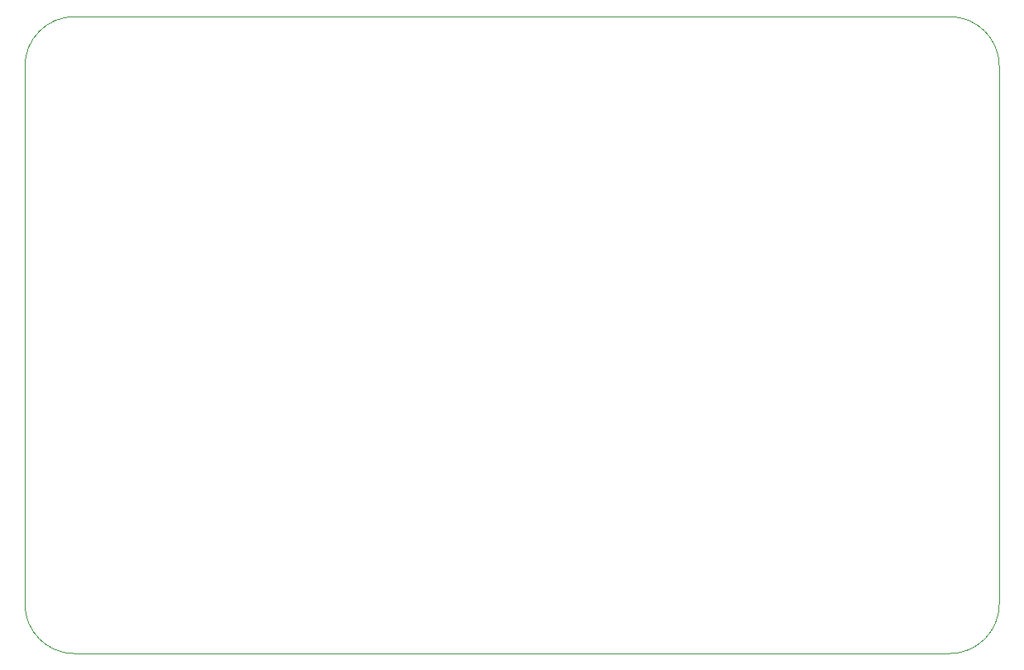
<source format=gbr>
%TF.GenerationSoftware,KiCad,Pcbnew,8.0.7*%
%TF.CreationDate,2025-01-22T16:06:57-05:00*%
%TF.ProjectId,vaudeo,76617564-656f-42e6-9b69-6361645f7063,rev?*%
%TF.SameCoordinates,Original*%
%TF.FileFunction,Profile,NP*%
%FSLAX46Y46*%
G04 Gerber Fmt 4.6, Leading zero omitted, Abs format (unit mm)*
G04 Created by KiCad (PCBNEW 8.0.7) date 2025-01-22 16:06:57*
%MOMM*%
%LPD*%
G01*
G04 APERTURE LIST*
%TA.AperFunction,Profile*%
%ADD10C,0.100000*%
%TD*%
G04 APERTURE END LIST*
D10*
X133858000Y-126873000D02*
G75*
G02*
X128778000Y-121793000I0J5080000D01*
G01*
X128778000Y-121793000D02*
X128778000Y-66675000D01*
X223520000Y-61595000D02*
G75*
G02*
X228600000Y-66675000I0J-5080000D01*
G01*
X228600000Y-66675000D02*
X228600000Y-121793000D01*
X228600000Y-121793000D02*
G75*
G02*
X223520000Y-126873000I-5080000J0D01*
G01*
X133858000Y-61595000D02*
X223520000Y-61595000D01*
X128778000Y-66675000D02*
G75*
G02*
X133858000Y-61595000I5080000J0D01*
G01*
X223520000Y-126873000D02*
X133858000Y-126873000D01*
M02*

</source>
